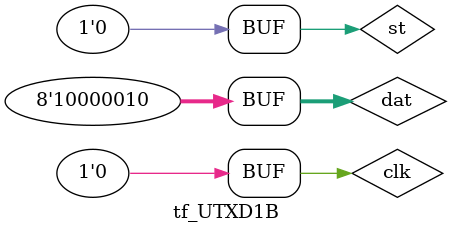
<source format=v>
`timescale 1ns / 1ps


module tf_UTXD1B;

	// Inputs
	reg clk;
	reg [7:0] dat;
	reg st;

	// Outputs
	wire UTXD;
	wire ce_tact;
	wire en_tx_byte;
	wire [3:0] cb_bit;
	wire T_start;
	wire T_dat;
	wire T_stop;
	wire ce_stop;
	wire [15:0] cb_tact;
	wire [7:0] sr_dat;

	// Instantiate the Unit Under Test (UUT)
	UTXD1B uut (
		.clk(clk), 
		.UTXD(UTXD), 
		.dat(dat), 
		.ce_tact(ce_tact), 
		.st(st), 
		.en_tx_byte(en_tx_byte), 
		.cb_bit(cb_bit), 
		.T_start(T_start), 
		.T_dat(T_dat), 
		.T_stop(T_stop), 
		.ce_stop(ce_stop), 
		.cb_tact(cb_tact), 
		.sr_dat(sr_dat)
	);
	
	always begin clk = 1; #10 clk = 0; #10; end // PERIOD = 10 workaround
	initial begin
		// Initialize Inputs
		st = 0 ; dat = 0 ;
		#10000;
		dat = 8'b10000010;
		#10000; st = 1; 
		#20;
		st = 0;
		#230000; st = 1;
		#20; st = 0;
        
		// Add stimulus here

	end
      
endmodule


</source>
